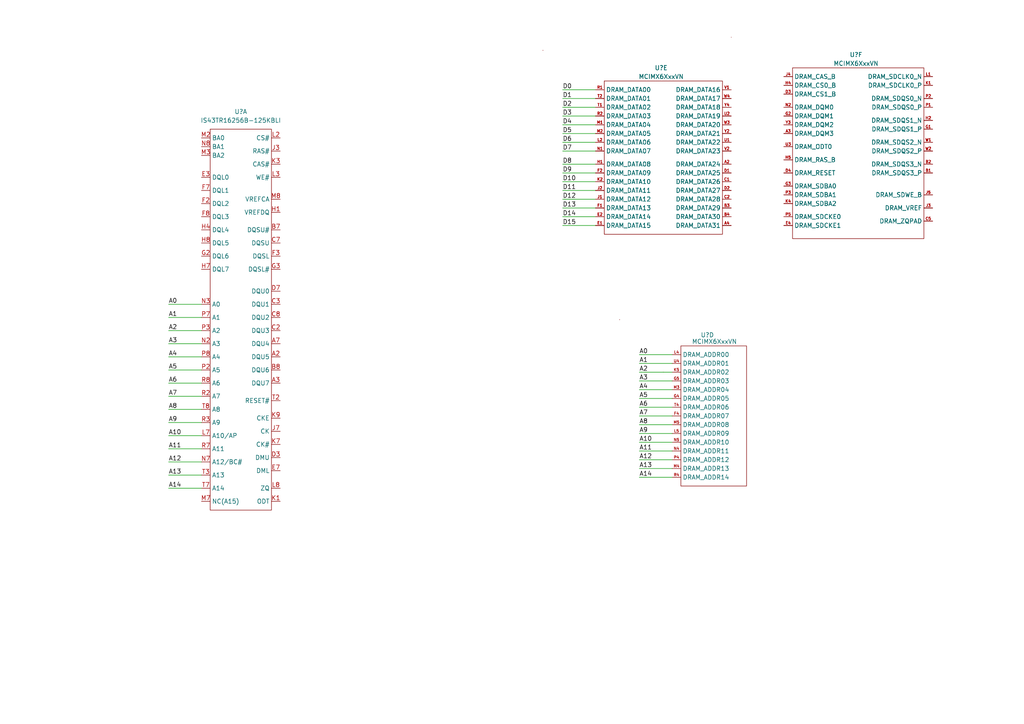
<source format=kicad_sch>
(kicad_sch (version 20211123) (generator eeschema)
  (paper "A4")
  (lib_symbols
    (symbol "zbop:IS43TR16256B-125KBLI"
      (property "Reference" "U" (at -10.16 34.29 0))
      (property "Value" "IS43TR16256B-125KBLI" (at -1.27 41.91 0))
      (symbol "IS43TR16256B-125KBLI_1_1"
        (rectangle (start -8.89 30.48) (end 8.89 -80.01))
        (pin input line (at 11.43 -35.56 180) (length 2.54) (name "DQU5") (number "A2"))
        (pin input line (at 11.43 -43.18 180) (length 2.54) (name "DQU7") (number "A3"))
        (pin input line (at 11.43 -31.75 180) (length 2.54) (name "DQU4") (number "A7"))
        (pin input line (at 11.43 1.27 180) (length 2.54) (name "DQSU#") (number "B7"))
        (pin input line (at 11.43 -39.37 180) (length 2.54) (name "DQU6") (number "B8"))
        (pin input line (at 11.43 -27.94 180) (length 2.54) (name "DQU3") (number "C2"))
        (pin input line (at 11.43 -20.32 180) (length 2.54) (name "DQU1") (number "C3"))
        (pin input line (at 11.43 -2.54 180) (length 2.54) (name "DQSU") (number "C7"))
        (pin input line (at 11.43 -24.13 180) (length 2.54) (name "DQU2") (number "C8"))
        (pin input line (at 11.43 -64.77 180) (length 2.54) (name "DMU") (number "D3"))
        (pin input line (at 11.43 -16.51 180) (length 2.54) (name "DQU0") (number "D7"))
        (pin input line (at -11.43 16.51 0) (length 2.54) (name "DQL0") (number "E3"))
        (pin input line (at 11.43 -68.58 180) (length 2.54) (name "DML") (number "E7"))
        (pin input line (at -11.43 8.89 0) (length 2.54) (name "DQL2") (number "F2"))
        (pin input line (at 11.43 -6.35 180) (length 2.54) (name "DQSL") (number "F3"))
        (pin input line (at -11.43 12.7 0) (length 2.54) (name "DQL1") (number "F7"))
        (pin input line (at -11.43 5.08 0) (length 2.54) (name "DQL3") (number "F8"))
        (pin input line (at -11.43 -6.35 0) (length 2.54) (name "DQL6") (number "G2"))
        (pin input line (at 11.43 -10.16 180) (length 2.54) (name "DQSL#") (number "G3"))
        (pin input line (at 11.43 6.35 180) (length 2.54) (name "VREFDQ") (number "H1"))
        (pin input line (at -11.43 1.27 0) (length 2.54) (name "DQL4") (number "H4"))
        (pin input line (at -11.43 -10.16 0) (length 2.54) (name "DQL7") (number "H7"))
        (pin input line (at -11.43 -2.54 0) (length 2.54) (name "DQL5") (number "H8"))
        (pin input line (at 11.43 24.13 180) (length 2.54) (name "RAS#") (number "J3"))
        (pin input line (at 11.43 -57.15 180) (length 2.54) (name "CK") (number "J7"))
        (pin input line (at 11.43 -77.47 180) (length 2.54) (name "ODT") (number "K1"))
        (pin input line (at 11.43 20.32 180) (length 2.54) (name "CAS#") (number "K3"))
        (pin input line (at 11.43 -60.96 180) (length 2.54) (name "CK#") (number "K7"))
        (pin input line (at 11.43 -53.34 180) (length 2.54) (name "CKE") (number "K9"))
        (pin input line (at 11.43 27.94 180) (length 2.54) (name "CS#") (number "L2"))
        (pin input line (at 11.43 16.51 180) (length 2.54) (name "WE#") (number "L3"))
        (pin input line (at -11.43 -58.42 0) (length 2.54) (name "A10/AP") (number "L7"))
        (pin input line (at 11.43 -73.66 180) (length 2.54) (name "ZQ") (number "L8"))
        (pin input line (at -11.43 27.94 0) (length 2.54) (name "BA0") (number "M2"))
        (pin input line (at -11.43 22.86 0) (length 2.54) (name "BA2") (number "M3"))
        (pin input line (at -11.43 -77.47 0) (length 2.54) (name "NC(A15)") (number "M7"))
        (pin input line (at 11.43 10.16 180) (length 2.54) (name "VREFCA") (number "M8"))
        (pin input line (at -11.43 -31.75 0) (length 2.54) (name "A3") (number "N2"))
        (pin input line (at -11.43 -20.32 0) (length 2.54) (name "A0") (number "N3"))
        (pin input line (at -11.43 -66.04 0) (length 2.54) (name "A12/BC#") (number "N7"))
        (pin input line (at -11.43 25.4 0) (length 2.54) (name "BA1") (number "N8"))
        (pin input line (at -11.43 -39.37 0) (length 2.54) (name "A5") (number "P2"))
        (pin input line (at -11.43 -27.94 0) (length 2.54) (name "A2") (number "P3"))
        (pin input line (at -11.43 -24.13 0) (length 2.54) (name "A1") (number "P7"))
        (pin input line (at -11.43 -35.56 0) (length 2.54) (name "A4") (number "P8"))
        (pin input line (at -11.43 -46.99 0) (length 2.54) (name "A7") (number "R2"))
        (pin input line (at -11.43 -54.61 0) (length 2.54) (name "A9") (number "R3"))
        (pin input line (at -11.43 -62.23 0) (length 2.54) (name "A11") (number "R7"))
        (pin input line (at -11.43 -43.18 0) (length 2.54) (name "A6") (number "R8"))
        (pin input line (at 11.43 -48.26 180) (length 2.54) (name "RESET#") (number "T2"))
        (pin input line (at -11.43 -69.85 0) (length 2.54) (name "A13") (number "T3"))
        (pin input line (at -11.43 -73.66 0) (length 2.54) (name "A14") (number "T7"))
        (pin input line (at -11.43 -50.8 0) (length 2.54) (name "A8") (number "T8"))
      )
      (symbol "IS43TR16256B-125KBLI_2_1"
        (rectangle (start -7.62 27.94) (end 5.08 -36.83))
        (pin input line (at -10.16 12.7 0) (length 2.54) (name "VDDQ") (number "A1"))
        (pin input line (at -10.16 15.24 0) (length 2.54) (name "VDDQ") (number "A8"))
        (pin input line (at 7.62 -8.89 180) (length 2.54) (name "VSS") (number "A9"))
        (pin input line (at 7.62 12.7 180) (length 2.54) (name "VSSQ") (number "B1"))
        (pin input line (at -10.16 -16.51 0) (length 2.54) (name "VDD") (number "B2"))
        (pin input line (at 7.62 -34.29 180) (length 2.54) (name "VSS") (number "B3"))
        (pin input line (at 7.62 5.08 180) (length 2.54) (name "VSSQ") (number "B9"))
        (pin input line (at -10.16 10.16 0) (length 2.54) (name "VDDQ") (number "C1"))
        (pin input line (at -10.16 5.08 0) (length 2.54) (name "VDDQ") (number "C9"))
        (pin input line (at 7.62 10.16 180) (length 2.54) (name "VSSQ") (number "D1"))
        (pin input line (at -10.16 25.4 0) (length 2.54) (name "VDDQ") (number "D2"))
        (pin input line (at 7.62 25.4 180) (length 2.54) (name "VSSQ") (number "D8"))
        (pin input line (at -10.16 -1.27 0) (length 2.54) (name "VDD") (number "D9"))
        (pin input line (at 7.62 -6.35 180) (length 2.54) (name "VSS") (number "E1"))
        (pin input line (at 7.62 20.32 180) (length 2.54) (name "VSSQ") (number "E2"))
        (pin input line (at 7.62 22.86 180) (length 2.54) (name "VSSQ") (number "E8"))
        (pin input line (at -10.16 17.78 0) (length 2.54) (name "VDDQ") (number "E9"))
        (pin input line (at -10.16 7.62 0) (length 2.54) (name "VDDQ") (number "F1"))
        (pin input line (at 7.62 15.24 180) (length 2.54) (name "VSSQ") (number "F9"))
        (pin input line (at 7.62 7.62 180) (length 2.54) (name "VSSQ") (number "G1"))
        (pin input line (at -10.16 -19.05 0) (length 2.54) (name "VDD") (number "G7"))
        (pin input line (at 7.62 -21.59 180) (length 2.54) (name "VSS") (number "G8"))
        (pin input line (at 7.62 17.78 180) (length 2.54) (name "VSSQ") (number "G9"))
        (pin input line (at -10.16 22.86 0) (length 2.54) (name "VDDQ") (number "H2"))
        (pin input line (at -10.16 20.32 0) (length 2.54) (name "VDDQ") (number "H9"))
        (pin input line (at -10.16 -26.67 0) (length 2.54) (name "NC") (number "J1"))
        (pin input line (at 7.62 -31.75 180) (length 2.54) (name "VSS") (number "J2"))
        (pin input line (at 7.62 -29.21 180) (length 2.54) (name "VSS") (number "J8"))
        (pin input line (at -10.16 -31.75 0) (length 2.54) (name "NC") (number "J9"))
        (pin input line (at -10.16 -13.97 0) (length 2.54) (name "VDD") (number "K2"))
        (pin input line (at -10.16 -8.89 0) (length 2.54) (name "VDD") (number "K8"))
        (pin input line (at -10.16 -29.21 0) (length 2.54) (name "NC") (number "L1"))
        (pin input line (at -10.16 -34.29 0) (length 2.54) (name "NC") (number "L9"))
        (pin input line (at 7.62 -11.43 180) (length 2.54) (name "VSS") (number "M1"))
        (pin input line (at 7.62 -13.97 180) (length 2.54) (name "VSS") (number "M9"))
        (pin input line (at -10.16 1.27 0) (length 2.54) (name "VDD") (number "N1"))
        (pin input line (at -10.16 -3.81 0) (length 2.54) (name "VDD") (number "N9"))
        (pin input line (at 7.62 -24.13 180) (length 2.54) (name "VSS") (number "P1"))
        (pin input line (at 7.62 -16.51 180) (length 2.54) (name "VSS") (number "P9"))
        (pin input line (at -10.16 -11.43 0) (length 2.54) (name "VDD") (number "R1"))
        (pin input line (at -10.16 -6.35 0) (length 2.54) (name "VDD") (number "R9"))
        (pin input line (at 7.62 -26.67 180) (length 2.54) (name "VSS") (number "T1"))
        (pin input line (at 7.62 -19.05 180) (length 2.54) (name "VSS") (number "T9"))
      )
    )
    (symbol "zbop:MCIMX6XxxVN"
      (property "Reference" "U" (at 0 0 0))
      (property "Value" "MCIMX6XxxVN" (at 0 0 0))
      (symbol "MCIMX6XxxVN_0_1"
        (rectangle (start -17.78 6.35) (end -17.78 6.35))
        (arc (start -17.78 6.35) (mid -17.78 6.35) (end -17.78 6.35))
        (polyline (pts (xy -17.78 6.35) (xy -17.78 6.35)))
        (polyline (pts (xy -17.78 6.35) (xy -17.78 6.35)))
      )
      (symbol "MCIMX6XxxVN_1_1"
        (rectangle (start -5.08 -10.16) (end 6.35 -1.27))
        (pin input line (at -7.62 -7.62 0) (length 2.54) (name "ADC1_IN1") (number "W14"))
        (pin input line (at -7.62 -3.81 0) (length 2.54) (name "ADC1_IN0") (number "Y14"))
      )
      (symbol "MCIMX6XxxVN_2_1"
        (rectangle (start -5.08 -10.16) (end 8.89 -1.27))
        (pin input line (at -7.62 -7.62 0) (length 2.54) (name "BOOT_MODE1") (number "U19"))
        (pin input line (at -7.62 -3.81 0) (length 2.54) (name "BOOT_MODE0") (number "U20"))
      )
      (symbol "MCIMX6XxxVN_3_1"
        (rectangle (start -5.08 -17.78) (end 16.51 -1.27))
        (pin input line (at -7.62 -15.24 0) (length 2.54) (name "CCM_PMIC_STBY_REQ") (number "P15"))
        (pin input line (at -7.62 -3.81 0) (length 2.54) (name "CCM_CLK1_N") (number "P16"))
        (pin input line (at -7.62 -11.43 0) (length 2.54) (name "CCM_CLK2") (number "R15"))
        (pin input line (at -7.62 -7.62 0) (length 2.54) (name "CCM_CLK1_P") (number "R16"))
      )
      (symbol "MCIMX6XxxVN_4_1"
        (rectangle (start -5.08 -8.89) (end -5.08 -8.89))
        (rectangle (start -5.08 -8.89) (end -5.08 -8.89))
        (rectangle (start -5.08 -8.89) (end -5.08 -8.89))
        (rectangle (start 0 -1.27) (end 19.05 -41.91))
        (pin input line (at -2.54 -21.59 0) (length 2.54) (name "DRAM_ADDR07") (number "F4"))
        (pin input line (at -2.54 -16.51 0) (length 2.54) (name "DRAM_ADDR05") (number "G4"))
        (pin input line (at -2.54 -11.43 0) (length 2.54) (name "DRAM_ADDR03") (number "G5"))
        (pin input line (at -2.54 -8.89 0) (length 2.54) (name "DRAM_ADDR02") (number "K5"))
        (pin input line (at -2.54 -3.81 0) (length 2.54) (name "DRAM_ADDR00") (number "L4"))
        (pin input line (at -2.54 -26.67 0) (length 2.54) (name "DRAM_ADDR09") (number "L5"))
        (pin input line (at -2.54 -13.97 0) (length 2.54) (name "DRAM_ADDR04") (number "M3"))
        (pin input line (at -2.54 -36.83 0) (length 2.54) (name "DRAM_ADDR13") (number "M4"))
        (pin input line (at -2.54 -24.13 0) (length 2.54) (name "DRAM_ADDR08") (number "M5"))
        (pin input line (at -2.54 -31.75 0) (length 2.54) (name "DRAM_ADDR11") (number "N4"))
        (pin input line (at -2.54 -29.21 0) (length 2.54) (name "DRAM_ADDR10") (number "N5"))
        (pin input line (at -2.54 -34.29 0) (length 2.54) (name "DRAM_ADDR12") (number "P4"))
        (pin input line (at -2.54 -39.37 0) (length 2.54) (name "DRAM_ADDR14") (number "R4"))
        (pin input line (at -2.54 -19.05 0) (length 2.54) (name "DRAM_ADDR06") (number "T4"))
        (pin input line (at -2.54 -6.35 0) (length 2.54) (name "DRAM_ADDR01") (number "U4"))
      )
      (symbol "MCIMX6XxxVN_5_1"
        (rectangle (start 0 -2.54) (end 34.29 -46.99))
        (pin input line (at 36.83 -26.67 180) (length 2.54) (name "DRAM_DATA24") (number "A2"))
        (pin input line (at 36.83 -44.45 180) (length 2.54) (name "DRAM_DATA31") (number "A4"))
        (pin input line (at 36.83 -39.37 180) (length 2.54) (name "DRAM_DATA29") (number "B3"))
        (pin input line (at 36.83 -41.91 180) (length 2.54) (name "DRAM_DATA30") (number "B4"))
        (pin input line (at 36.83 -31.75 180) (length 2.54) (name "DRAM_DATA26") (number "C1"))
        (pin input line (at 36.83 -36.83 180) (length 2.54) (name "DRAM_DATA28") (number "C2"))
        (pin input line (at 36.83 -29.21 180) (length 2.54) (name "DRAM_DATA25") (number "D1"))
        (pin input line (at 36.83 -34.29 180) (length 2.54) (name "DRAM_DATA27") (number "D2"))
        (pin input line (at -2.54 -44.45 0) (length 2.54) (name "DRAM_DATA15") (number "E1"))
        (pin input line (at -2.54 -41.91 0) (length 2.54) (name "DRAM_DATA14") (number "E2"))
        (pin input line (at -2.54 -39.37 0) (length 2.54) (name "DRAM_DATA13") (number "F1"))
        (pin input line (at -2.54 -29.21 0) (length 2.54) (name "DRAM_DATA09") (number "F2"))
        (pin input line (at -2.54 -26.67 0) (length 2.54) (name "DRAM_DATA08") (number "H1"))
        (pin input line (at -2.54 -36.83 0) (length 2.54) (name "DRAM_DATA12") (number "J1"))
        (pin input line (at -2.54 -34.29 0) (length 2.54) (name "DRAM_DATA11") (number "J2"))
        (pin input line (at -2.54 -31.75 0) (length 2.54) (name "DRAM_DATA10") (number "K2"))
        (pin input line (at -2.54 -20.32 0) (length 2.54) (name "DRAM_DATA06") (number "L2"))
        (pin input line (at -2.54 -15.24 0) (length 2.54) (name "DRAM_DATA04") (number "M1"))
        (pin input line (at -2.54 -17.78 0) (length 2.54) (name "DRAM_DATA05") (number "M2"))
        (pin input line (at -2.54 -22.86 0) (length 2.54) (name "DRAM_DATA07") (number "N1"))
        (pin input line (at -2.54 -5.08 0) (length 2.54) (name "DRAM_DATA00") (number "R1"))
        (pin input line (at -2.54 -12.7 0) (length 2.54) (name "DRAM_DATA03") (number "R2"))
        (pin input line (at -2.54 -10.16 0) (length 2.54) (name "DRAM_DATA02") (number "T1"))
        (pin input line (at -2.54 -7.62 0) (length 2.54) (name "DRAM_DATA01") (number "T2"))
        (pin input line (at 36.83 -20.32 180) (length 2.54) (name "DRAM_DATA22") (number "U1"))
        (pin input line (at 36.83 -12.7 180) (length 2.54) (name "DRAM_DATA19") (number "U2"))
        (pin input line (at 36.83 -5.08 180) (length 2.54) (name "DRAM_DATA16") (number "V1"))
        (pin input line (at 36.83 -22.86 180) (length 2.54) (name "DRAM_DATA23") (number "V2"))
        (pin input line (at 36.83 -15.24 180) (length 2.54) (name "DRAM_DATA20") (number "W3"))
        (pin input line (at 36.83 -7.62 180) (length 2.54) (name "DRAM_DATA17") (number "W4"))
        (pin input line (at 36.83 -17.78 180) (length 2.54) (name "DRAM_DATA21") (number "Y2"))
        (pin input line (at 36.83 -10.16 180) (length 2.54) (name "DRAM_DATA18") (number "Y4"))
      )
      (symbol "MCIMX6XxxVN_6_1"
        (rectangle (start 0 -2.54) (end 38.1 -52.07))
        (polyline (pts (xy 39.37 -54.61) (xy 39.37 -54.61)))
        (pin input line (at -2.54 -21.59 0) (length 2.54) (name "DRAM_DQM3") (number "A3"))
        (pin input line (at 40.64 -33.02 180) (length 2.54) (name "DRAM_SDQS3_P") (number "B1"))
        (pin input line (at 40.64 -30.48 180) (length 2.54) (name "DRAM_SDQS3_N") (number "B2"))
        (pin input line (at 40.64 -46.99 180) (length 2.54) (name "DRAM_ZQPAD") (number "C5"))
        (pin input line (at -2.54 -10.16 0) (length 2.54) (name "DRAM_CS1_B") (number "D3"))
        (pin input line (at -2.54 -33.02 0) (length 2.54) (name "DRAM_RESET") (number "D4"))
        (pin input line (at -2.54 -48.26 0) (length 2.54) (name "DRAM_SDCKE1") (number "E4"))
        (pin input line (at 40.64 -20.32 180) (length 2.54) (name "DRAM_SDQS1_P") (number "G1"))
        (pin input line (at -2.54 -16.51 0) (length 2.54) (name "DRAM_DQM1") (number "G2"))
        (pin input line (at -2.54 -36.83 0) (length 2.54) (name "DRAM_SDBA0") (number "G3"))
        (pin input line (at 40.64 -17.78 180) (length 2.54) (name "DRAM_SDQS1_N") (number "H2"))
        (pin input line (at -2.54 -7.62 0) (length 2.54) (name "DRAM_CS0_B") (number "H4"))
        (pin input line (at -2.54 -29.21 0) (length 2.54) (name "DRAM_RAS_B") (number "H5"))
        (pin input line (at 40.64 -43.18 180) (length 2.54) (name "DRAM_VREF") (number "J3"))
        (pin input line (at -2.54 -5.08 0) (length 2.54) (name "DRAM_CAS_B") (number "J4"))
        (pin input line (at 40.64 -39.37 180) (length 2.54) (name "DRAM_SDWE_B") (number "J5"))
        (pin input line (at 40.64 -7.62 180) (length 2.54) (name "DRAM_SDCLK0_P") (number "K1"))
        (pin input line (at -2.54 -41.91 0) (length 2.54) (name "DRAM_SDBA2") (number "K4"))
        (pin input line (at 40.64 -5.08 180) (length 2.54) (name "DRAM_SDCLK0_N") (number "L1"))
        (pin input line (at -2.54 -13.97 0) (length 2.54) (name "DRAM_DQM0") (number "N2"))
        (pin input line (at 40.64 -13.97 180) (length 2.54) (name "DRAM_SDQS0_P") (number "P1"))
        (pin input line (at 40.64 -11.43 180) (length 2.54) (name "DRAM_SDQS0_N") (number "P2"))
        (pin input line (at -2.54 -39.37 0) (length 2.54) (name "DRAM_SDBA1") (number "P3"))
        (pin input line (at -2.54 -45.72 0) (length 2.54) (name "DRAM_SDCKE0") (number "P5"))
        (pin input line (at -2.54 -25.4 0) (length 2.54) (name "DRAM_ODT0") (number "U3"))
        (pin input line (at 40.64 -24.13 180) (length 2.54) (name "DRAM_SDQS2_N") (number "W1"))
        (pin input line (at 40.64 -26.67 180) (length 2.54) (name "DRAM_SDQS2_P") (number "W2"))
        (pin input line (at -2.54 -19.05 0) (length 2.54) (name "DRAM_DQM2") (number "Y3"))
      )
      (symbol "MCIMX6XxxVN_7_1"
        (rectangle (start -6.35 -34.29) (end -6.35 -34.29))
        (rectangle (start -6.35 -34.29) (end -6.35 -34.29))
        (rectangle (start -6.35 -34.29) (end -6.35 -34.29))
        (rectangle (start -6.35 -34.29) (end -6.35 -34.29))
        (rectangle (start 0 -1.27) (end 15.24 -24.13))
        (pin input line (at -2.54 -21.59 0) (length 2.54) (name "NGND_KEL0") (number "P13"))
        (pin input line (at -2.54 -8.89 0) (length 2.54) (name "JTAG_TDI") (number "R10"))
        (pin input line (at -2.54 -3.81 0) (length 2.54) (name "JTAG_MOD") (number "R7"))
        (pin input line (at -2.54 -11.43 0) (length 2.54) (name "JTAG_TDO") (number "R8"))
        (pin input line (at -2.54 -6.35 0) (length 2.54) (name "JTAG_TCK") (number "R9"))
        (pin input line (at -2.54 -13.97 0) (length 2.54) (name "JTAG_TMS") (number "T10"))
        (pin input line (at -2.54 -16.51 0) (length 2.54) (name "JTAG_TRST_B") (number "T9"))
      )
      (symbol "MCIMX6XxxVN_8_1"
        (rectangle (start -2.54 -55.88) (end -2.54 -55.88))
        (rectangle (start 0 -1.27) (end 31.75 -41.91))
        (pin input line (at 34.29 -34.29 180) (length 2.54) (name "NVCC_SD2") (number "F13"))
        (pin input line (at 34.29 -26.67 180) (length 2.54) (name "NVCC_QSPI") (number "F14"))
        (pin input line (at 34.29 -6.35 180) (length 2.54) (name "NVCC_GPIO") (number "F15"))
        (pin input line (at 34.29 -3.81 180) (length 2.54) (name "NVCC_ENET") (number "F6"))
        (pin input line (at 34.29 -29.21 180) (length 2.54) (name "NVCC_RGMII1") (number "F8"))
        (pin input line (at 34.29 -31.75 180) (length 2.54) (name "NVCC_RGMII2") (number "F9"))
        (pin input line (at 34.29 -13.97 180) (length 2.54) (name "NVCC_KEY") (number "G15"))
        (pin input line (at -2.54 -3.81 0) (length 2.54) (name "NVCC_DRAM0") (number "G6"))
        (pin input line (at 34.29 -16.51 180) (length 2.54) (name "NVCC_LCD1") (number "H15"))
        (pin input line (at -2.54 -6.35 0) (length 2.54) (name "NVCC_DRAM1") (number "H6"))
        (pin input line (at -2.54 -8.89 0) (length 2.54) (name "NVCC_DRAM2") (number "J6"))
        (pin input line (at -2.54 -11.43 0) (length 2.54) (name "NVCC_DRAM3") (number "K6"))
        (pin input line (at -2.54 -24.13 0) (length 2.54) (name "NVCC_DRAM_2P5") (number "K7"))
        (pin input line (at -2.54 -13.97 0) (length 2.54) (name "NVCC_DRAM4") (number "L6"))
        (pin input line (at -2.54 -16.51 0) (length 2.54) (name "NVCC_DRAM5") (number "M6"))
        (pin input line (at -2.54 -33.02 0) (length 2.54) (name "ONOFF") (number "N15"))
        (pin input line (at -2.54 -19.05 0) (length 2.54) (name "NVCC_DRAM6") (number "N6"))
        (pin input line (at -2.54 -21.59 0) (length 2.54) (name "NVCC_DRAM7") (number "P6"))
        (pin input line (at 34.29 -11.43 180) (length 2.54) (name "NVCC_JTAG") (number "R11"))
        (pin input line (at 34.29 -8.89 180) (length 2.54) (name "NVCC_HIGH") (number "R12"))
        (pin input line (at 34.29 -21.59 180) (length 2.54) (name "NVCC_NAND") (number "R6"))
        (pin input line (at 34.29 -36.83 180) (length 2.54) (name "NVCC_SD4") (number "V10"))
        (pin input line (at 34.29 -19.05 180) (length 2.54) (name "NVCC_LOW") (number "V13"))
        (pin input line (at 34.29 -39.37 180) (length 2.54) (name "NVCC_USB_H") (number "V5"))
        (pin input line (at 34.29 -24.13 180) (length 2.54) (name "NVCC_PLL") (number "W20"))
      )
      (symbol "MCIMX6XxxVN_9_1"
        (rectangle (start 0 -13.97) (end 0 -13.97))
        (rectangle (start 0 -2.54) (end 30.48 -38.1))
        (pin input line (at -2.54 -33.02 0) (length 2.54) (name "SNVS_PMIC_RE") (number "N16"))
        (pin input line (at -2.54 -5.08 0) (length 2.54) (name "PCIE_REXT") (number "N18"))
        (pin input line (at -2.54 -25.4 0) (length 2.54) (name "POR_B") (number "P14"))
        (pin input line (at -2.54 -20.32 0) (length 2.54) (name "PCIE_VPTX") (number "P17"))
        (pin input line (at -2.54 -15.24 0) (length 2.54) (name "PCIE_VP") (number "P18"))
        (pin input line (at -2.54 -7.62 0) (length 2.54) (name "PCIE_RX_N") (number "P19"))
        (pin input line (at -2.54 -10.16 0) (length 2.54) (name "PCIE_RX_P") (number "P20"))
        (pin input line (at -2.54 -35.56 0) (length 2.54) (name "SNVS_TAMPER") (number "R14"))
        (pin input line (at -2.54 -17.78 0) (length 2.54) (name "PCIE_VPH") (number "R18"))
        (pin input line (at -2.54 -12.7 0) (length 2.54) (name "PCIE_TX_N") (number "R19"))
        (pin input line (at 33.02 -20.32 180) (length 2.54) (name "USB_OTG2_VBUS") (number "T15"))
        (pin input line (at 33.02 -12.7 180) (length 2.54) (name "USB_OTG1_VBUS") (number "T16"))
        (pin input line (at 33.02 -5.08 180) (length 2.54) (name "USB_OTG1_CHD_B") (number "T17"))
        (pin input line (at 33.02 -15.24 180) (length 2.54) (name "USB_OTG2_DN") (number "W15"))
        (pin input line (at 33.02 -7.62 180) (length 2.54) (name "USB_OTG1_DN") (number "W17"))
        (pin input line (at -2.54 -27.94 0) (length 2.54) (name "RTC_XTALI") (number "W19"))
        (pin input line (at 33.02 -17.78 180) (length 2.54) (name "USB_OTG2_DP") (number "Y15"))
        (pin input line (at 33.02 -10.16 180) (length 2.54) (name "USB_OTG1_DP") (number "Y17"))
        (pin input line (at -2.54 -30.48 0) (length 2.54) (name "RTC_XTALO") (number "Y19"))
      )
      (symbol "MCIMX6XxxVN_10_1"
        (polyline (pts (xy -1.27 -121.92) (xy -1.27 -121.92)))
        (polyline (pts (xy -1.27 -121.92) (xy -1.27 -121.92)))
        (rectangle (start 2.54 -1.27) (end 38.1 -66.04))
        (pin input line (at 0 -6.35 0) (length 2.54) (name "VDD_ARM_CAP0") (number "C16"))
        (pin input line (at 40.64 -38.1 180) (length 2.54) (name "VDD_SOC_IN0") (number "C7"))
        (pin input line (at 40.64 -40.64 180) (length 2.54) (name "VDD_SOC_IN1") (number "C8"))
        (pin input line (at 0 -8.89 0) (length 2.54) (name "VDD_ARM_CAP1") (number "D16"))
        (pin input line (at 0 -11.43 0) (length 2.54) (name "VDD_ARM_CAP2") (number "H10"))
        (pin input line (at 0 -13.97 0) (length 2.54) (name "VDD_ARM_CAP3") (number "H11"))
        (pin input line (at 0 -16.51 0) (length 2.54) (name "VDD_ARM_CAP4") (number "H12"))
        (pin input line (at 0 -19.05 0) (length 2.54) (name "VDD_ARM_CAP5") (number "H13"))
        (pin input line (at 0 -30.48 0) (length 2.54) (name "VDD_ARM_IN0") (number "H18"))
        (pin input line (at 40.64 -3.81 180) (length 2.54) (name "VDD_SOC_CAP0") (number "H8"))
        (pin input line (at 40.64 -6.35 180) (length 2.54) (name "VDD_SOC_CAP1") (number "H9"))
        (pin input line (at 0 -33.02 0) (length 2.54) (name "VDD_ARM_IN1") (number "J10"))
        (pin input line (at 0 -35.56 0) (length 2.54) (name "VDD_ARM_IN2") (number "J11"))
        (pin input line (at 0 -38.1 0) (length 2.54) (name "VDD_ARM_IN3") (number "J12"))
        (pin input line (at 0 -21.59 0) (length 2.54) (name "VDD_ARM_CAP6") (number "J13"))
        (pin input line (at 40.64 -8.89 180) (length 2.54) (name "VDD_SOC_CAP2") (number "J8"))
        (pin input line (at 40.64 -43.18 180) (length 2.54) (name "VDD_SOC_IN2") (number "J9"))
        (pin input line (at 0 -40.64 0) (length 2.54) (name "VDD_ARM_IN4") (number "K12"))
        (pin input line (at 0 -24.13 0) (length 2.54) (name "VDD_ARM_CAP7") (number "K13"))
        (pin input line (at 40.64 -11.43 180) (length 2.54) (name "VDD_SOC_CAP3") (number "K8"))
        (pin input line (at 40.64 -45.72 180) (length 2.54) (name "VDD_SOC_IN3") (number "K9"))
        (pin input line (at 0 -43.18 0) (length 2.54) (name "VDD_ARM_IN5") (number "L12"))
        (pin input line (at 0 -26.67 0) (length 2.54) (name "VDD_ARM_CAP8") (number "L13"))
        (pin input line (at 40.64 -13.97 180) (length 2.54) (name "VDD_SOC_CAP4") (number "L8"))
        (pin input line (at 40.64 -48.26 180) (length 2.54) (name "VDD_SOC_IN4") (number "L9"))
        (pin input line (at 40.64 -53.34 180) (length 2.54) (name "VDD_SOC_IN6") (number "M10"))
        (pin input line (at 40.64 -55.88 180) (length 2.54) (name "VDD_SOC_IN7") (number "M11"))
        (pin input line (at 40.64 -58.42 180) (length 2.54) (name "VDD_SOC_IN8") (number "M12"))
        (pin input line (at 40.64 -19.05 180) (length 2.54) (name "VDD_SOC_CAP6") (number "M13"))
        (pin input line (at 40.64 -16.51 180) (length 2.54) (name "VDD_SOC_CAP5") (number "M8"))
        (pin input line (at 40.64 -50.8 180) (length 2.54) (name "VDD_SOC_IN5") (number "M9"))
        (pin input line (at 40.64 -26.67 180) (length 2.54) (name "VDD_SOC_CAP9") (number "N10"))
        (pin input line (at 40.64 -29.21 180) (length 2.54) (name "VDD_SOC_CAP10") (number "N11"))
        (pin input line (at 40.64 -31.75 180) (length 2.54) (name "VDD_SOC_CAP11") (number "N12"))
        (pin input line (at 40.64 -21.59 180) (length 2.54) (name "VDD_SOC_CAP7") (number "N8"))
        (pin input line (at 40.64 -24.13 180) (length 2.54) (name "VDD_SOC_CAP8") (number "N9"))
        (pin input line (at 0 -3.81 0) (length 2.54) (name "VDDA_ADC_3P3") (number "R13"))
        (pin input line (at 0 -63.5 0) (length 2.54) (name "VDD_SNVS_IN") (number "T18"))
        (pin input line (at 0 -53.34 0) (length 2.54) (name "VDD_HIGH_IN0") (number "U17"))
        (pin input line (at 0 -55.88 0) (length 2.54) (name "VDD_HIGH_IN1") (number "U18"))
        (pin input line (at 40.64 -62.23 180) (length 2.54) (name "VDD_USB_CAP") (number "V15"))
        (pin input line (at 0 -60.96 0) (length 2.54) (name "VDD_SNVS_CAP") (number "V16"))
        (pin input line (at 0 -46.99 0) (length 2.54) (name "VDD_HIGH_CAP0") (number "V17"))
        (pin input line (at 0 -49.53 0) (length 2.54) (name "VDD_HIGH_CAP1") (number "V18"))
        (pin input line (at 40.64 -34.29 180) (length 2.54) (name "VDD_SOC_CAP12") (number "V8"))
      )
      (symbol "MCIMX6XxxVN_11_1"
        (rectangle (start 19.05 0) (end 2.54 -88.9))
        (pin input line (at 0 -2.54 0) (length 2.54) (name "VSS0") (number "A1"))
        (pin input line (at 0 -5.08 0) (length 2.54) (name "VSS1") (number "A20"))
        (pin input line (at 0 -12.7 0) (length 2.54) (name "VSS4") (number "C18"))
        (pin input line (at 0 -7.62 0) (length 2.54) (name "VSS2") (number "C3"))
        (pin input line (at 0 -10.16 0) (length 2.54) (name "VSS3") (number "C4"))
        (pin input line (at 0 -20.32 0) (length 2.54) (name "VSS7") (number "D12"))
        (pin input line (at 0 -22.86 0) (length 2.54) (name "VSS8") (number "D15"))
        (pin input line (at 0 -15.24 0) (length 2.54) (name "VSS5") (number "D6"))
        (pin input line (at 0 -17.78 0) (length 2.54) (name "VSS6") (number "D9"))
        (pin input line (at 0 -25.4 0) (length 2.54) (name "VSS9") (number "E3"))
        (pin input line (at 0 -33.02 0) (length 2.54) (name "VSS12") (number "F17"))
        (pin input line (at 0 -27.94 0) (length 2.54) (name "VSS10") (number "F3"))
        (pin input line (at 0 -30.48 0) (length 2.54) (name "VSS11") (number "F5"))
        (pin input line (at 0 -43.18 0) (length 2.54) (name "VSS16") (number "G10"))
        (pin input line (at 0 -45.72 0) (length 2.54) (name "VSS17") (number "G11"))
        (pin input line (at 0 -48.26 0) (length 2.54) (name "VSS18") (number "G12"))
        (pin input line (at 0 -50.8 0) (length 2.54) (name "VSS19") (number "G13"))
        (pin input line (at 0 -53.34 0) (length 2.54) (name "VSS20") (number "G14"))
        (pin input line (at 0 -35.56 0) (length 2.54) (name "VSS13") (number "G7"))
        (pin input line (at 0 -38.1 0) (length 2.54) (name "VSS14") (number "G8"))
        (pin input line (at 0 -40.64 0) (length 2.54) (name "VSS15") (number "G9"))
        (pin input line (at 0 -60.96 0) (length 2.54) (name "VSS23") (number "H14"))
        (pin input line (at 0 -55.88 0) (length 2.54) (name "VSS21") (number "H3"))
        (pin input line (at 0 -58.42 0) (length 2.54) (name "VSS22") (number "H7"))
        (pin input line (at 0 -66.04 0) (length 2.54) (name "VSS25") (number "J14"))
        (pin input line (at 0 -68.58 0) (length 2.54) (name "VSS26") (number "J17"))
        (pin input line (at 0 -63.5 0) (length 2.54) (name "VSS24") (number "J7"))
        (pin input line (at 0 -73.66 0) (length 2.54) (name "VSS28") (number "K10"))
        (pin input line (at 0 -76.2 0) (length 2.54) (name "VSS29") (number "K11"))
        (pin input line (at 0 -78.74 0) (length 2.54) (name "VSS30") (number "K14"))
        (pin input line (at 0 -71.12 0) (length 2.54) (name "VSS27") (number "K3"))
        (pin input line (at 0 -86.36 0) (length 2.54) (name "VSS33") (number "L10"))
        (pin input line (at 21.59 -2.54 180) (length 2.54) (name "VSS34") (number "L11"))
        (pin input line (at 21.59 -5.08 180) (length 2.54) (name "VSS35") (number "L14"))
        (pin input line (at 0 -81.28 0) (length 2.54) (name "VSS31") (number "L3"))
        (pin input line (at 0 -83.82 0) (length 2.54) (name "VSS32") (number "L7"))
        (pin input line (at 21.59 -10.16 180) (length 2.54) (name "VSS37") (number "M14"))
        (pin input line (at 21.59 -12.7 180) (length 2.54) (name "VSS38") (number "M17"))
        (pin input line (at 21.59 -7.62 180) (length 2.54) (name "VSS36") (number "M7"))
        (pin input line (at 21.59 -20.32 180) (length 2.54) (name "VSS41") (number "N13"))
        (pin input line (at 21.59 -45.72 180) (length 2.54) (name "VSS51") (number "N19"))
        (pin input line (at 21.59 -48.26 180) (length 2.54) (name "VSS52") (number "N20"))
        (pin input line (at 21.59 -15.24 180) (length 2.54) (name "VSS39") (number "N3"))
        (pin input line (at 21.59 -17.78 180) (length 2.54) (name "VSS40") (number "N7"))
        (pin input line (at 21.59 -30.48 180) (length 2.54) (name "VSS45") (number "P10"))
        (pin input line (at 21.59 -33.02 180) (length 2.54) (name "VSS46") (number "P11"))
        (pin input line (at 21.59 -35.56 180) (length 2.54) (name "VSS47") (number "P12"))
        (pin input line (at 21.59 -22.86 180) (length 2.54) (name "VSS42") (number "P7"))
        (pin input line (at 21.59 -25.4 180) (length 2.54) (name "VSS43") (number "P8"))
        (pin input line (at 21.59 -27.94 180) (length 2.54) (name "VSS44") (number "P9"))
        (pin input line (at 21.59 -43.18 180) (length 2.54) (name "VSS50") (number "R17"))
        (pin input line (at 21.59 -38.1 180) (length 2.54) (name "VSS48") (number "R3"))
        (pin input line (at 21.59 -40.64 180) (length 2.54) (name "VSS49") (number "R5"))
        (pin input line (at 21.59 -63.5 180) (length 2.54) (name "VSS58") (number "T19"))
        (pin input line (at 21.59 -66.04 180) (length 2.54) (name "VSS59") (number "T20"))
        (pin input line (at 21.59 -50.8 180) (length 2.54) (name "VSS53") (number "T3"))
        (pin input line (at 21.59 -58.42 180) (length 2.54) (name "VSS56") (number "U12"))
        (pin input line (at 21.59 -60.96 180) (length 2.54) (name "VSS57") (number "U15"))
        (pin input line (at 21.59 -53.34 180) (length 2.54) (name "VSS54") (number "U6"))
        (pin input line (at 21.59 -55.88 180) (length 2.54) (name "VSS55") (number "U9"))
        (pin input line (at 21.59 -68.58 180) (length 2.54) (name "VSS60") (number "V3"))
        (pin input line (at 21.59 -71.12 180) (length 2.54) (name "VSS61") (number "V4"))
        (pin input line (at 21.59 -83.82 180) (length 2.54) (name "VSS66") (number "W16"))
        (pin input line (at 21.59 -73.66 180) (length 2.54) (name "VSS62") (number "W18"))
        (pin input line (at 21.59 -76.2 180) (length 2.54) (name "VSS63") (number "Y1"))
        (pin input line (at 21.59 -86.36 180) (length 2.54) (name "VSS67") (number "Y16"))
        (pin input line (at 21.59 -78.74 180) (length 2.54) (name "VSS64") (number "Y18"))
        (pin input line (at 21.59 -81.28 180) (length 2.54) (name "VSS65") (number "Y20"))
      )
      (symbol "MCIMX6XxxVN_12_1"
        (rectangle (start -5.08 -1.27) (end 6.35 -10.16))
        (pin input line (at 8.89 -3.81 180) (length 2.54) (name "XTALI") (number "V19"))
        (pin input line (at 8.89 -7.62 180) (length 2.54) (name "XTALO") (number "V20"))
      )
      (symbol "MCIMX6XxxVN_13_1"
        (rectangle (start -7.62 -30.48) (end 8.89 -1.27))
        (pin input line (at 11.43 -13.97 180) (length 2.54) (name "ENET1_RX_CLK") (number "A5"))
        (pin input line (at 11.43 -11.43 180) (length 2.54) (name "ENET1_MDIO") (number "A6"))
        (pin input line (at 11.43 -3.81 180) (length 2.54) (name "ENET1_COL") (number "B5"))
        (pin input line (at 11.43 -8.89 180) (length 2.54) (name "ENET1_MDC") (number "B6"))
        (pin input line (at 11.43 -6.35 180) (length 2.54) (name "ENET1_CRS") (number "C6"))
        (pin input line (at 11.43 -27.94 180) (length 2.54) (name "ENET2_TX_CLK") (number "D5"))
        (pin input line (at 11.43 -25.4 180) (length 2.54) (name "ENET2_RX_CLK") (number "E5"))
        (pin input line (at 11.43 -22.86 180) (length 2.54) (name "ENET2_CRS") (number "E6"))
        (pin input line (at 11.43 -20.32 180) (length 2.54) (name "ENET2_COL") (number "E7"))
        (pin input line (at 11.43 -16.51 180) (length 2.54) (name "ENET1_TX_CLK") (number "F7"))
      )
      (symbol "MCIMX6XxxVN_14_1"
        (rectangle (start -13.97 -2.54) (end 12.7 -44.45))
        (pin input line (at -16.51 -41.91 0) (length 2.54) (name "GPIO1_IO13") (number "A16"))
        (pin input line (at -16.51 -26.67 0) (length 2.54) (name "GPIO1_IO07") (number "A17"))
        (pin input line (at -16.51 -19.05 0) (length 2.54) (name "GPIO1_IO04") (number "A18"))
        (pin input line (at -16.51 -31.75 0) (length 2.54) (name "GPIO1_IO09") (number "A19"))
        (pin input line (at -16.51 -39.37 0) (length 2.54) (name "GPIO1_IO12") (number "B16"))
        (pin input line (at -16.51 -29.21 0) (length 2.54) (name "GPIO1_IO08") (number "B17"))
        (pin input line (at -16.51 -21.59 0) (length 2.54) (name "GPIO1_IO05") (number "B18"))
        (pin input line (at -16.51 -34.29 0) (length 2.54) (name "GPIO1_IO10") (number "B19"))
        (pin input line (at -16.51 -36.83 0) (length 2.54) (name "GPIO1_IO11") (number "B20"))
        (pin input line (at -16.51 -8.89 0) (length 2.54) (name "GPIO1_IO00") (number "C19"))
        (pin input line (at -16.51 -13.97 0) (length 2.54) (name "GPIO1_IO02") (number "C20"))
        (pin input line (at -16.51 -24.13 0) (length 2.54) (name "GPIO1_IO06") (number "D18"))
        (pin input line (at -16.51 -11.43 0) (length 2.54) (name "GPIO1_IO01") (number "D19"))
        (pin input line (at -16.51 -16.51 0) (length 2.54) (name "GPIO1_IO03") (number "D20"))
        (pin input line (at 15.24 -27.94 180) (length 2.54) (name "KEY_ROW1") (number "E18"))
        (pin input line (at 15.24 -21.59 180) (length 2.54) (name "KEY_COL4") (number "E19"))
        (pin input line (at 15.24 -19.05 180) (length 2.54) (name "KEY_COL3") (number "E20"))
        (pin input line (at 15.24 -25.4 180) (length 2.54) (name "KEY_ROW0") (number "F16"))
        (pin input line (at 15.24 -30.48 180) (length 2.54) (name "KEY_ROW2") (number "F18"))
        (pin input line (at 15.24 -33.02 180) (length 2.54) (name "KEY_ROW3") (number "F19"))
        (pin input line (at 15.24 -13.97 180) (length 2.54) (name "KEY_COL1") (number "F20"))
        (pin input line (at 15.24 -16.51 180) (length 2.54) (name "KEY_COL2") (number "G18"))
        (pin input line (at 15.24 -35.56 180) (length 2.54) (name "KEY_ROW4") (number "G19"))
        (pin input line (at 15.24 -11.43 180) (length 2.54) (name "KEY_COL0") (number "G20"))
        (pin input line (at -16.51 -5.08 0) (length 2.54) (name "GPANAIO") (number "U16"))
      )
      (symbol "MCIMX6XxxVN_15_1"
        (rectangle (start 19.05 -78.74) (end 0 -1.27))
        (pin input line (at -2.54 -64.77 0) (length 2.54) (name "LCD1_DATA23") (number "G16"))
        (pin input line (at -2.54 -59.69 0) (length 2.54) (name "LCD1_DATA21") (number "G17"))
        (pin input line (at -2.54 -44.45 0) (length 2.54) (name "LCD1_DATA15") (number "H16"))
        (pin input line (at -2.54 -57.15 0) (length 2.54) (name "LCD1_DATA20") (number "H17"))
        (pin input line (at -2.54 -62.23 0) (length 2.54) (name "LCD1_DATA22") (number "H19"))
        (pin input line (at -2.54 -46.99 0) (length 2.54) (name "LCD1_DATA16") (number "H20"))
        (pin input line (at -2.54 -76.2 0) (length 2.54) (name "LCD1_VSYNC") (number "J15"))
        (pin input line (at -2.54 -71.12 0) (length 2.54) (name "LCD1_HSYNC") (number "J16"))
        (pin input line (at -2.54 -73.66 0) (length 2.54) (name "LCD1_RESET") (number "J18"))
        (pin input line (at -2.54 -68.58 0) (length 2.54) (name "LCD1_ENABLE") (number "J19"))
        (pin input line (at -2.54 -54.61 0) (length 2.54) (name "LCD1_DATA19") (number "J20"))
        (pin input line (at -2.54 -39.37 0) (length 2.54) (name "LCD1_DATA13") (number "K15"))
        (pin input line (at -2.54 -36.83 0) (length 2.54) (name "LCD1_DATA12") (number "K16"))
        (pin input line (at -2.54 -41.91 0) (length 2.54) (name "LCD1_DATA14") (number "K17"))
        (pin input line (at -2.54 -26.67 0) (length 2.54) (name "LCD1_DATA08") (number "K18"))
        (pin input line (at -2.54 -49.53 0) (length 2.54) (name "LCD1_DATA17") (number "K19"))
        (pin input line (at -2.54 -52.07 0) (length 2.54) (name "LCD1_DATA18") (number "K20"))
        (pin input line (at -2.54 -34.29 0) (length 2.54) (name "LCD1_DATA11") (number "L15"))
        (pin input line (at -2.54 -29.21 0) (length 2.54) (name "LCD1_DATA09") (number "L16"))
        (pin input line (at -2.54 -3.81 0) (length 2.54) (name "LCD1_CLK") (number "L17"))
        (pin input line (at -2.54 -8.89 0) (length 2.54) (name "LCD1_DATA01") (number "L18"))
        (pin input line (at -2.54 -31.75 0) (length 2.54) (name "LCD1_DATA10") (number "L19"))
        (pin input line (at -2.54 -24.13 0) (length 2.54) (name "LCD1_DATA07") (number "L20"))
        (pin input line (at -2.54 -21.59 0) (length 2.54) (name "LCD1_DATA06") (number "M15"))
        (pin input line (at -2.54 -19.05 0) (length 2.54) (name "LCD1_DATA05") (number "M16"))
        (pin input line (at -2.54 -13.97 0) (length 2.54) (name "LCD1_DATA03") (number "M18"))
        (pin input line (at -2.54 -11.43 0) (length 2.54) (name "LCD1_DATA02") (number "M19"))
        (pin input line (at -2.54 -6.35 0) (length 2.54) (name "LCD1_DATA00") (number "M20"))
        (pin input line (at -2.54 -16.51 0) (length 2.54) (name "LCD1_DATA04") (number "N17"))
      )
      (symbol "MCIMX6XxxVN_16_1"
        (rectangle (start -15.24 -2.54) (end 16.51 -49.53))
        (pin input line (at 19.05 -38.1 180) (length 2.54) (name "QSPI1A_DQS") (number "A13"))
        (pin input line (at 19.05 -8.89 180) (length 2.54) (name "QSPI1B_DATA1") (number "A14"))
        (pin input line (at 19.05 -24.13 180) (length 2.54) (name "QSPI1B_SS1_B") (number "A15"))
        (pin input line (at 19.05 -16.51 180) (length 2.54) (name "QSPI1B_DQS") (number "B13"))
        (pin input line (at 19.05 -6.35 180) (length 2.54) (name "QSPI1B_DATA0") (number "B14"))
        (pin input line (at 19.05 -19.05 180) (length 2.54) (name "QSPI1B_SCLK") (number "B15"))
        (pin input line (at 19.05 -13.97 180) (length 2.54) (name "QSPI1B_DATA3") (number "C13"))
        (pin input line (at 19.05 -21.59 180) (length 2.54) (name "QSPI1B_SS0_B") (number "C14"))
        (pin input line (at 19.05 -30.48 180) (length 2.54) (name "QSPI1A_DATA1") (number "C15"))
        (pin input line (at 19.05 -43.18 180) (length 2.54) (name "QSPI1A_SS0_B") (number "C17"))
        (pin input line (at 19.05 -11.43 180) (length 2.54) (name "QSPI1B_DATA2") (number "D13"))
        (pin input line (at 19.05 -33.02 180) (length 2.54) (name "QSPI1A_DATA2") (number "D14"))
        (pin input line (at 19.05 -40.64 180) (length 2.54) (name "QSPI1A_SCLK") (number "D17"))
        (pin input line (at 19.05 -27.94 180) (length 2.54) (name "QSPI1A_DATA0") (number "E15"))
        (pin input line (at 19.05 -35.56 180) (length 2.54) (name "QSPI1A_DATA3") (number "E16"))
        (pin input line (at 19.05 -45.72 180) (length 2.54) (name "QSPI1A_SS1_B") (number "E17"))
        (pin input line (at -17.78 -29.21 0) (length 2.54) (name "NAND_DATA05") (number "T5"))
        (pin input line (at -17.78 -34.29 0) (length 2.54) (name "NAND_DATA07") (number "T6"))
        (pin input line (at -17.78 -41.91 0) (length 2.54) (name "NAND_WE_B") (number "T7"))
        (pin input line (at -17.78 -13.97 0) (length 2.54) (name "NAND_CLE") (number "T8"))
        (pin input line (at -17.78 -24.13 0) (length 2.54) (name "NAND_DATA03") (number "U5"))
        (pin input line (at -17.78 -8.89 0) (length 2.54) (name "NAND_CE0_B") (number "U7"))
        (pin input line (at -17.78 -39.37 0) (length 2.54) (name "NAND_RE_B") (number "U8"))
        (pin input line (at -17.78 -16.51 0) (length 2.54) (name "NAND_DATA00") (number "V6"))
        (pin input line (at -17.78 -44.45 0) (length 2.54) (name "NAND_WP_B") (number "V7"))
        (pin input line (at -17.78 -11.43 0) (length 2.54) (name "NAND_CE1_B") (number "V9"))
        (pin input line (at -17.78 -6.35 0) (length 2.54) (name "NAND_ALE") (number "W6"))
        (pin input line (at -17.78 -26.67 0) (length 2.54) (name "NAND_DATA04") (number "W7"))
        (pin input line (at -17.78 -19.05 0) (length 2.54) (name "NAND_DATA01") (number "W8"))
        (pin input line (at -17.78 -36.83 0) (length 2.54) (name "NAND_READY_B") (number "Y6"))
        (pin input line (at -17.78 -21.59 0) (length 2.54) (name "NAND_DATA02") (number "Y7"))
        (pin input line (at -17.78 -31.75 0) (length 2.54) (name "NAND_DATA06") (number "Y8"))
      )
      (symbol "MCIMX6XxxVN_17_1"
        (rectangle (start 16.51 -35.56) (end -15.24 -2.54))
        (pin input line (at 19.05 -30.48 180) (length 2.54) (name "RGMII2_TXC") (number "A10"))
        (pin input line (at 19.05 -20.32 180) (length 2.54) (name "RGMII2_TD0") (number "A11"))
        (pin input line (at 19.05 -25.4 180) (length 2.54) (name "RGMII2_TD2") (number "A12"))
        (pin input line (at 19.05 -10.16 180) (length 2.54) (name "RGMII2_RD2") (number "A7"))
        (pin input line (at 19.05 -5.08 180) (length 2.54) (name "RGMII2_RD0") (number "A8"))
        (pin input line (at 19.05 -15.24 180) (length 2.54) (name "RGMII2_RXC") (number "A9"))
        (pin input line (at 19.05 -33.02 180) (length 2.54) (name "RGMII2_TX_CTL") (number "B10"))
        (pin input line (at 19.05 -22.86 180) (length 2.54) (name "RGMII2_TD1") (number "B11"))
        (pin input line (at 19.05 -27.94 180) (length 2.54) (name "RGMII2_TD3") (number "B12"))
        (pin input line (at 19.05 -12.7 180) (length 2.54) (name "RGMII2_RD3") (number "B7"))
        (pin input line (at 19.05 -7.62 180) (length 2.54) (name "RGMII2_RD1") (number "B8"))
        (pin input line (at 19.05 -17.78 180) (length 2.54) (name "RGMII2_RX_CTL") (number "B9"))
        (pin input line (at -17.78 -17.78 0) (length 2.54) (name "RGMII1_RX_CTL") (number "C10"))
        (pin input line (at -17.78 -30.48 0) (length 2.54) (name "RGMII1_TXC") (number "C11"))
        (pin input line (at -17.78 -22.86 0) (length 2.54) (name "RGMII1_TD1") (number "C12"))
        (pin input line (at -17.78 -7.62 0) (length 2.54) (name "RGMII1_RD1") (number "C9"))
        (pin input line (at -17.78 -27.94 0) (length 2.54) (name "RGMII1_TD3") (number "D10"))
        (pin input line (at -17.78 -20.32 0) (length 2.54) (name "RGMII1_TD0") (number "D11"))
        (pin input line (at -17.78 -10.16 0) (length 2.54) (name "RGMII1_RD2") (number "D7"))
        (pin input line (at -17.78 -5.08 0) (length 2.54) (name "RGMII1_RD0") (number "D8"))
        (pin input line (at -17.78 -33.02 0) (length 2.54) (name "RGMII1_TX_CTL") (number "E10"))
        (pin input line (at -17.78 -25.4 0) (length 2.54) (name "RGMII1_TD2") (number "E11"))
        (pin input line (at -17.78 -12.7 0) (length 2.54) (name "RGMII1_RD3") (number "E8"))
        (pin input line (at -17.78 -15.24 0) (length 2.54) (name "RGMII1_RXC") (number "E9"))
      )
      (symbol "MCIMX6XxxVN_18_1"
        (rectangle (start -12.7 -1.27) (end 15.24 -48.26))
        (pin input line (at -15.24 -5.08 0) (length 2.54) (name "SD2_CLK") (number "E12"))
        (pin input line (at -15.24 -10.16 0) (length 2.54) (name "SD2_DATA0") (number "E13"))
        (pin input line (at -15.24 -12.7 0) (length 2.54) (name "SD2_DATA1") (number "E14"))
        (pin input line (at -15.24 -15.24 0) (length 2.54) (name "SD2_DATA2") (number "F10"))
        (pin input line (at -15.24 -17.78 0) (length 2.54) (name "SD2_DATA3") (number "F11"))
        (pin input line (at -15.24 -7.62 0) (length 2.54) (name "SD2_CMD") (number "F12"))
        (pin input line (at -15.24 -29.21 0) (length 2.54) (name "SD3_DATA1") (number "T11"))
        (pin input line (at 17.78 -36.83 180) (length 2.54) (name "SD4_RESET_B") (number "T12"))
        (pin input line (at -15.24 -24.13 0) (length 2.54) (name "SD3_CMD") (number "T13"))
        (pin input line (at -15.24 -36.83 0) (length 2.54) (name "SD3_DATA4") (number "T14"))
        (pin input line (at -15.24 -26.67 0) (length 2.54) (name "SD3_DATA0") (number "U10"))
        (pin input line (at -15.24 -44.45 0) (length 2.54) (name "SD3_DATA7") (number "U11"))
        (pin input line (at -15.24 -39.37 0) (length 2.54) (name "SD3_DATA5") (number "U13"))
        (pin input line (at -15.24 -31.75 0) (length 2.54) (name "SD3_DATA2") (number "U14"))
        (pin input line (at -15.24 -21.59 0) (length 2.54) (name "SD3_CLK") (number "V11"))
        (pin input line (at -15.24 -41.91 0) (length 2.54) (name "SD3_DATA6") (number "V12"))
        (pin input line (at -15.24 -34.29 0) (length 2.54) (name "SD3_DATA3") (number "V14"))
        (pin input line (at 17.78 -34.29 180) (length 2.54) (name "SD4_DATA7") (number "W10"))
        (pin input line (at 17.78 -11.43 180) (length 2.54) (name "SD4_CLK") (number "W11"))
        (pin input line (at 17.78 -13.97 180) (length 2.54) (name "SD4_CMD") (number "W12"))
        (pin input line (at 17.78 -24.13 180) (length 2.54) (name "SD4_DATA3") (number "W13"))
        (pin input line (at 17.78 -19.05 180) (length 2.54) (name "SD4_DATA1") (number "W9"))
        (pin input line (at 17.78 -31.75 180) (length 2.54) (name "SD4_DATA6") (number "Y10"))
        (pin input line (at 17.78 -29.21 180) (length 2.54) (name "SD4_DATA5") (number "Y11"))
        (pin input line (at 17.78 -26.67 180) (length 2.54) (name "SD4_DATA4") (number "Y12"))
        (pin input line (at 17.78 -21.59 180) (length 2.54) (name "SD4_DATA2") (number "Y13"))
        (pin input line (at 17.78 -16.51 180) (length 2.54) (name "SD4_DATA0") (number "Y9"))
      )
      (symbol "MCIMX6XxxVN_19_1"
        (rectangle (start 7.62 -13.97) (end -7.62 -2.54))
        (pin input line (at -10.16 -5.08 0) (length 2.54) (name "TEST_MODE") (number "N14"))
        (pin input line (at -10.16 -11.43 0) (length 2.54) (name "USB_H_STROBE") (number "W5"))
        (pin input line (at -10.16 -8.89 0) (length 2.54) (name "USB_H_DATA") (number "Y5"))
      )
    )
  )
  (wire (pts (xy 185.42 110.49) (xy 194.945 110.49)))
  (wire (pts (xy 163.195 43.815) (xy 172.72 43.815)))
  (wire (pts (xy 48.895 107.315) (xy 58.42 107.315)))
  (wire (pts (xy 185.42 130.81) (xy 194.945 130.81)))
  (wire (pts (xy 163.195 26.035) (xy 172.72 26.035)))
  (wire (pts (xy 163.195 50.165) (xy 172.72 50.165)))
  (wire (pts (xy 163.195 31.115) (xy 172.72 31.115)))
  (wire (pts (xy 163.195 33.655) (xy 172.72 33.655)))
  (wire (pts (xy 48.895 111.125) (xy 58.42 111.125)))
  (wire (pts (xy 48.895 114.935) (xy 58.42 114.935)))
  (wire (pts (xy 185.42 138.43) (xy 194.945 138.43)))
  (wire (pts (xy 163.195 52.705) (xy 172.72 52.705)))
  (wire (pts (xy 163.195 65.405) (xy 172.72 65.405)))
  (wire (pts (xy 163.195 36.195) (xy 172.72 36.195)))
  (wire (pts (xy 163.195 57.785) (xy 172.72 57.785)))
  (wire (pts (xy 48.895 141.605) (xy 58.42 141.605)))
  (wire (pts (xy 48.895 133.985) (xy 58.42 133.985)))
  (wire (pts (xy 185.42 102.87) (xy 194.945 102.87)))
  (wire (pts (xy 185.42 123.19) (xy 194.945 123.19)))
  (wire (pts (xy 185.42 115.57) (xy 194.945 115.57)))
  (wire (pts (xy 185.42 113.03) (xy 194.945 113.03)))
  (wire (pts (xy 48.895 126.365) (xy 58.42 126.365)))
  (wire (pts (xy 185.42 128.27) (xy 194.945 128.27)))
  (wire (pts (xy 48.895 88.265) (xy 58.42 88.265)))
  (wire (pts (xy 163.195 62.865) (xy 172.72 62.865)))
  (wire (pts (xy 185.42 107.95) (xy 194.945 107.95)))
  (wire (pts (xy 185.42 135.89) (xy 194.945 135.89)))
  (wire (pts (xy 163.195 55.245) (xy 172.72 55.245)))
  (wire (pts (xy 48.895 137.795) (xy 58.42 137.795)))
  (wire (pts (xy 185.42 118.11) (xy 194.945 118.11)))
  (wire (pts (xy 185.42 120.65) (xy 194.945 120.65)))
  (wire (pts (xy 48.895 95.885) (xy 58.42 95.885)))
  (wire (pts (xy 163.195 60.325) (xy 172.72 60.325)))
  (wire (pts (xy 163.195 47.625) (xy 172.72 47.625)))
  (wire (pts (xy 185.42 133.35) (xy 194.945 133.35)))
  (wire (pts (xy 185.42 105.41) (xy 194.945 105.41)))
  (wire (pts (xy 48.895 92.075) (xy 58.42 92.075)))
  (wire (pts (xy 48.895 103.505) (xy 58.42 103.505)))
  (wire (pts (xy 163.195 41.275) (xy 172.72 41.275)))
  (wire (pts (xy 163.195 38.735) (xy 172.72 38.735)))
  (wire (pts (xy 163.195 28.575) (xy 172.72 28.575)))
  (wire (pts (xy 48.895 118.745) (xy 58.42 118.745)))
  (wire (pts (xy 48.895 122.555) (xy 58.42 122.555)))
  (wire (pts (xy 185.42 125.73) (xy 194.945 125.73)))
  (wire (pts (xy 48.895 99.695) (xy 58.42 99.695)))
  (wire (pts (xy 48.895 130.175) (xy 58.42 130.175)))
  (label "A5" (at 185.42 115.57 0))
  (label "A7" (at 185.42 120.65 0))
  (label "D3" (at 163.195 33.655 0))
  (label "D14" (at 163.195 62.865 0))
  (label "A2" (at 48.895 95.885 0))
  (label "A14" (at 48.895 141.605 0))
  (label "A11" (at 185.42 130.81 0))
  (label "D4" (at 163.195 36.195 0))
  (label "A13" (at 48.895 137.795 0))
  (label "A14" (at 185.42 138.43 0))
  (label "D6" (at 163.195 41.275 0))
  (label "A10" (at 185.42 128.27 0))
  (label "A9" (at 185.42 125.73 0))
  (label "A3" (at 48.895 99.695 0))
  (label "A0" (at 185.42 102.87 0))
  (label "A11" (at 48.895 130.175 0))
  (label "A7" (at 48.895 114.935 0))
  (label "A9" (at 48.895 122.555 0))
  (label "D0" (at 163.195 26.035 0))
  (label "A6" (at 185.42 118.11 0))
  (label "A4" (at 48.895 103.505 0))
  (label "A8" (at 48.895 118.745 0))
  (label "D12" (at 163.195 57.785 0))
  (label "A0" (at 48.895 88.265 0))
  (label "D11" (at 163.195 55.245 0))
  (label "A1" (at 48.895 92.075 0))
  (label "A12" (at 48.895 133.985 0))
  (label "A1" (at 185.42 105.41 0))
  (label "D13" (at 163.195 60.325 0))
  (label "D10" (at 163.195 52.705 0))
  (label "A3" (at 185.42 110.49 0))
  (label "A10" (at 48.895 126.365 0))
  (label "A5" (at 48.895 107.315 0))
  (label "D1" (at 163.195 28.575 0))
  (label "D5" (at 163.195 38.735 0))
  (label "A6" (at 48.895 111.125 0))
  (label "A4" (at 185.42 113.03 0))
  (label "A13" (at 185.42 135.89 0))
  (label "D2" (at 163.195 31.115 0))
  (label "D8" (at 163.195 47.625 0))
  (label "D15" (at 163.195 65.405 0))
  (label "A12" (at 185.42 133.35 0))
  (label "D7" (at 163.195 43.815 0))
  (label "A8" (at 185.42 123.19 0))
  (label "D9" (at 163.195 50.165 0))
  (label "A2" (at 185.42 107.95 0))
  (symbol (lib_id "zbop:IS43TR16256B-125KBLI") (at 69.85 67.945 0) (unit 1)
    (property "Reference" "U?" (at 69.85 32.385 0))
    (property "Value" "IS43TR16256B-125KBLI" (at 69.85 34.925 0))
    (property "Footprint" "Package_BGA:BGA-96_9.0x13.0mm_Layout2x3x16_P0.8mm" (effects hide))
    (property "Datasheet" "https://cz.mouser.com/datasheet/2/198/43_46TR16256B_85120BL-1518528.pdf" (effects hide))
  )
  (symbol (lib_id "zbop:MCIMX6XxxVN") (at 175.26 20.955 0) (unit 5)
    (property "Reference" "U?" (at 191.77 19.685 0))
    (property "Value" "MCIMX6XxxVN" (at 191.77 22.225 0))
    (property "Footprint" "zbop:LFBGA400" (effects hide))
    (property "Datasheet" "https://www.nxp.com/docs/en/data-sheet/IMX6SXCEC.pdf" (effects hide))
  )
  (symbol (lib_id "zbop:MCIMX6XxxVN") (at 197.485 99.06 0) (unit 4)
    (property "Reference" "U?" (at 203.2 97.155 0) (effects (justify left)))
    (property "Value" "MCIMX6XxxVN" (at 200.66 99.06 0) (effects (justify left)))
    (property "Footprint" "zbop:LFBGA400" (effects hide))
    (property "Datasheet" "https://www.nxp.com/docs/en/data-sheet/IMX6SXCEC.pdf" (effects hide))
  )
  (symbol (lib_id "zbop:MCIMX6XxxVN") (at 229.87 17.145 0) (unit 6)
    (property "Reference" "U?" (at 248.285 15.875 0))
    (property "Value" "MCIMX6XxxVN" (at 248.285 18.415 0))
    (property "Footprint" "zbop:LFBGA400" (effects hide))
    (property "Datasheet" "https://www.nxp.com/docs/en/data-sheet/IMX6SXCEC.pdf" (effects hide))
  )
)
</source>
